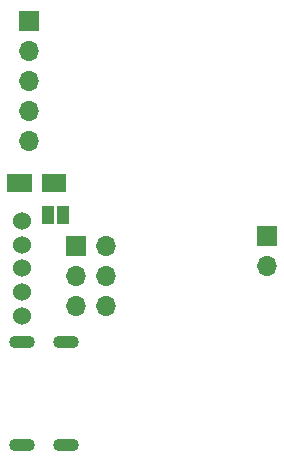
<source format=gbr>
%TF.GenerationSoftware,KiCad,Pcbnew,(5.1.9)-1*%
%TF.CreationDate,2022-10-17T20:04:13-04:00*%
%TF.ProjectId,slime,736c696d-652e-46b6-9963-61645f706362,rev?*%
%TF.SameCoordinates,Original*%
%TF.FileFunction,Soldermask,Bot*%
%TF.FilePolarity,Negative*%
%FSLAX46Y46*%
G04 Gerber Fmt 4.6, Leading zero omitted, Abs format (unit mm)*
G04 Created by KiCad (PCBNEW (5.1.9)-1) date 2022-10-17 20:04:13*
%MOMM*%
%LPD*%
G01*
G04 APERTURE LIST*
%ADD10O,1.700000X1.700000*%
%ADD11R,1.700000X1.700000*%
%ADD12C,0.100000*%
%ADD13R,1.500000X1.500000*%
%ADD14R,1.000000X1.500000*%
%ADD15C,1.524000*%
%ADD16O,2.200000X1.100000*%
G04 APERTURE END LIST*
D10*
%TO.C,~*%
X118240000Y-96480000D03*
X115700000Y-96480000D03*
X118240000Y-93940000D03*
X115700000Y-93940000D03*
X118240000Y-91400000D03*
D11*
X115700000Y-91400000D03*
%TD*%
D12*
%TO.C,~*%
G36*
X113400000Y-86100000D02*
G01*
X113900000Y-85350000D01*
X114900000Y-85350000D01*
X114900000Y-86850000D01*
X113900000Y-86850000D01*
X113400000Y-86100000D01*
G37*
G36*
X111400000Y-86100000D02*
G01*
X110900000Y-86850000D01*
X109900000Y-86850000D01*
X109900000Y-85350000D01*
X110900000Y-85350000D01*
X111400000Y-86100000D01*
G37*
D13*
X111200000Y-86100000D03*
X113600000Y-86100000D03*
%TD*%
D10*
%TO.C,~*%
X131900000Y-93140000D03*
D11*
X131900000Y-90600000D03*
%TD*%
D10*
%TO.C,BNO MODULE*%
X111760000Y-82550000D03*
X111760000Y-80010000D03*
X111760000Y-77470000D03*
X111760000Y-74930000D03*
D11*
X111760000Y-72390000D03*
%TD*%
D14*
%TO.C,RESET*%
X113350000Y-88800000D03*
X114650000Y-88800000D03*
%TD*%
D15*
%TO.C,SW1*%
X111100000Y-89300000D03*
X111100000Y-97300000D03*
X111100000Y-95300000D03*
X111100000Y-93300000D03*
X111100000Y-91300000D03*
%TD*%
D16*
%TO.C,USB*%
X114900000Y-99580000D03*
X114900000Y-108220000D03*
X111100000Y-99580000D03*
X111100000Y-108220000D03*
%TD*%
M02*

</source>
